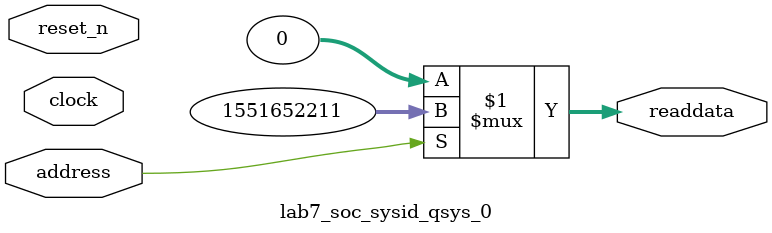
<source format=v>



// synthesis translate_off
`timescale 1ns / 1ps
// synthesis translate_on

// turn off superfluous verilog processor warnings 
// altera message_level Level1 
// altera message_off 10034 10035 10036 10037 10230 10240 10030 

module lab7_soc_sysid_qsys_0 (
               // inputs:
                address,
                clock,
                reset_n,

               // outputs:
                readdata
             )
;

  output  [ 31: 0] readdata;
  input            address;
  input            clock;
  input            reset_n;

  wire    [ 31: 0] readdata;
  //control_slave, which is an e_avalon_slave
  assign readdata = address ? 1551652211 : 0;

endmodule



</source>
